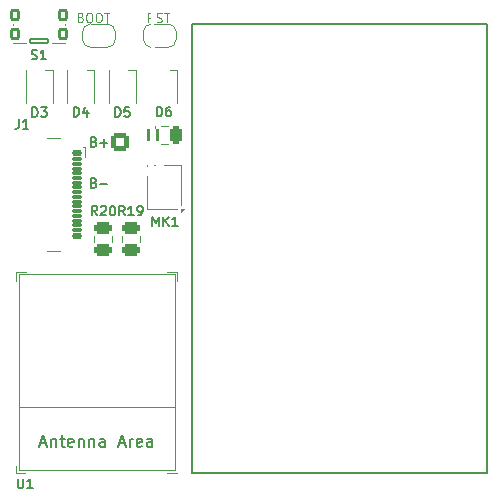
<source format=gbr>
%TF.GenerationSoftware,KiCad,Pcbnew,8.0.4*%
%TF.CreationDate,2024-09-26T12:10:35+10:00*%
%TF.ProjectId,OuchButtonV2,4f756368-4275-4747-946f-6e56322e6b69,rev?*%
%TF.SameCoordinates,Original*%
%TF.FileFunction,Legend,Top*%
%TF.FilePolarity,Positive*%
%FSLAX46Y46*%
G04 Gerber Fmt 4.6, Leading zero omitted, Abs format (unit mm)*
G04 Created by KiCad (PCBNEW 8.0.4) date 2024-09-26 12:10:35*
%MOMM*%
%LPD*%
G01*
G04 APERTURE LIST*
G04 Aperture macros list*
%AMRoundRect*
0 Rectangle with rounded corners*
0 $1 Rounding radius*
0 $2 $3 $4 $5 $6 $7 $8 $9 X,Y pos of 4 corners*
0 Add a 4 corners polygon primitive as box body*
4,1,4,$2,$3,$4,$5,$6,$7,$8,$9,$2,$3,0*
0 Add four circle primitives for the rounded corners*
1,1,$1+$1,$2,$3*
1,1,$1+$1,$4,$5*
1,1,$1+$1,$6,$7*
1,1,$1+$1,$8,$9*
0 Add four rect primitives between the rounded corners*
20,1,$1+$1,$2,$3,$4,$5,0*
20,1,$1+$1,$4,$5,$6,$7,0*
20,1,$1+$1,$6,$7,$8,$9,0*
20,1,$1+$1,$8,$9,$2,$3,0*%
%AMFreePoly0*
4,1,6,0.725000,-0.725000,-0.725000,-0.725000,-0.725000,0.125000,-0.125000,0.725000,0.725000,0.725000,0.725000,-0.725000,0.725000,-0.725000,$1*%
%AMFreePoly1*
4,1,19,0.500000,-0.750000,0.000000,-0.750000,0.000000,-0.744911,-0.071157,-0.744911,-0.207708,-0.704816,-0.327430,-0.627875,-0.420627,-0.520320,-0.479746,-0.390866,-0.500000,-0.250000,-0.500000,0.250000,-0.479746,0.390866,-0.420627,0.520320,-0.327430,0.627875,-0.207708,0.704816,-0.071157,0.744911,0.000000,0.744911,0.000000,0.750000,0.500000,0.750000,0.500000,-0.750000,0.500000,-0.750000,
$1*%
%AMFreePoly2*
4,1,19,0.000000,0.744911,0.071157,0.744911,0.207708,0.704816,0.327430,0.627875,0.420627,0.520320,0.479746,0.390866,0.500000,0.250000,0.500000,-0.250000,0.479746,-0.390866,0.420627,-0.520320,0.327430,-0.627875,0.207708,-0.704816,0.071157,-0.744911,0.000000,-0.744911,0.000000,-0.750000,-0.500000,-0.750000,-0.500000,0.750000,0.000000,0.750000,0.000000,0.744911,0.000000,0.744911,
$1*%
%AMFreePoly3*
4,1,53,0.180798,1.454629,0.352531,1.394537,0.506585,1.297738,0.635238,1.169085,0.732037,1.015031,0.792129,0.843298,0.812500,0.662500,0.792129,0.481702,0.732037,0.309969,0.635238,0.155915,0.506585,0.027262,0.352531,-0.069537,0.180798,-0.129629,0.000000,-0.150000,-0.180798,-0.129629,-0.352531,-0.069537,-0.506585,0.027262,-0.635238,0.155915,-0.732037,0.309969,-0.792129,0.481702,
-0.812500,0.662500,-0.517770,0.662500,-0.496797,0.516627,-0.435576,0.382572,-0.339067,0.271196,-0.215089,0.191520,-0.073686,0.150000,0.073686,0.150000,0.215089,0.191520,0.339067,0.271196,0.435576,0.382572,0.496797,0.516627,0.517770,0.662500,0.496797,0.808373,0.435576,0.942428,0.339067,1.053804,0.215089,1.133480,0.073686,1.175000,-0.073686,1.175000,-0.215089,1.133480,
-0.339067,1.053804,-0.435576,0.942428,-0.496797,0.808373,-0.517770,0.662500,-0.812500,0.662500,-0.792129,0.843298,-0.732037,1.015031,-0.635238,1.169085,-0.506585,1.297738,-0.352531,1.394537,-0.180798,1.454629,0.000000,1.475000,0.180798,1.454629,0.180798,1.454629,$1*%
G04 Aperture macros list end*
%ADD10C,0.127000*%
%ADD11C,0.150000*%
%ADD12C,0.100000*%
%ADD13C,0.120000*%
%ADD14R,0.700000X0.700000*%
%ADD15RoundRect,0.250000X0.475000X-0.250000X0.475000X0.250000X-0.475000X0.250000X-0.475000X-0.250000X0*%
%ADD16R,0.800000X0.400000*%
%ADD17R,0.400000X0.800000*%
%ADD18FreePoly0,180.000000*%
%ADD19R,1.450000X1.450000*%
%ADD20FreePoly1,0.000000*%
%ADD21FreePoly2,0.000000*%
%ADD22RoundRect,0.250000X-0.550000X0.550000X-0.550000X-0.550000X0.550000X-0.550000X0.550000X0.550000X0*%
%ADD23C,1.600000*%
%ADD24FreePoly1,180.000000*%
%ADD25FreePoly2,180.000000*%
%ADD26C,0.900000*%
%ADD27RoundRect,0.135000X0.315000X0.365000X-0.315000X0.365000X-0.315000X-0.365000X0.315000X-0.365000X0*%
%ADD28RoundRect,0.082500X0.767500X0.192500X-0.767500X0.192500X-0.767500X-0.192500X0.767500X-0.192500X0*%
%ADD29RoundRect,0.070000X-0.345000X0.070000X-0.345000X-0.070000X0.345000X-0.070000X0.345000X0.070000X0*%
%ADD30RoundRect,0.112500X-0.302500X0.112500X-0.302500X-0.112500X0.302500X-0.112500X0.302500X0.112500X0*%
%ADD31C,0.850000*%
%ADD32O,2.050000X0.550000*%
%ADD33RoundRect,0.250000X-0.250000X-0.475000X0.250000X-0.475000X0.250000X0.475000X-0.250000X0.475000X0*%
%ADD34C,0.500000*%
%ADD35R,0.600000X0.522000*%
%ADD36FreePoly3,270.000000*%
G04 APERTURE END LIST*
D10*
X89200000Y-72750000D02*
X114200000Y-72750000D01*
X114200000Y-110750000D01*
X89200000Y-110750000D01*
X89200000Y-72750000D01*
D11*
X75709524Y-80628961D02*
X75709524Y-79828961D01*
X75709524Y-79828961D02*
X75900000Y-79828961D01*
X75900000Y-79828961D02*
X76014286Y-79867056D01*
X76014286Y-79867056D02*
X76090476Y-79943246D01*
X76090476Y-79943246D02*
X76128571Y-80019437D01*
X76128571Y-80019437D02*
X76166667Y-80171818D01*
X76166667Y-80171818D02*
X76166667Y-80286104D01*
X76166667Y-80286104D02*
X76128571Y-80438485D01*
X76128571Y-80438485D02*
X76090476Y-80514675D01*
X76090476Y-80514675D02*
X76014286Y-80590866D01*
X76014286Y-80590866D02*
X75900000Y-80628961D01*
X75900000Y-80628961D02*
X75709524Y-80628961D01*
X76433333Y-79828961D02*
X76928571Y-79828961D01*
X76928571Y-79828961D02*
X76661905Y-80133723D01*
X76661905Y-80133723D02*
X76776190Y-80133723D01*
X76776190Y-80133723D02*
X76852381Y-80171818D01*
X76852381Y-80171818D02*
X76890476Y-80209913D01*
X76890476Y-80209913D02*
X76928571Y-80286104D01*
X76928571Y-80286104D02*
X76928571Y-80476580D01*
X76928571Y-80476580D02*
X76890476Y-80552770D01*
X76890476Y-80552770D02*
X76852381Y-80590866D01*
X76852381Y-80590866D02*
X76776190Y-80628961D01*
X76776190Y-80628961D02*
X76547619Y-80628961D01*
X76547619Y-80628961D02*
X76471428Y-80590866D01*
X76471428Y-80590866D02*
X76433333Y-80552770D01*
X83535714Y-88962295D02*
X83269047Y-88581342D01*
X83078571Y-88962295D02*
X83078571Y-88162295D01*
X83078571Y-88162295D02*
X83383333Y-88162295D01*
X83383333Y-88162295D02*
X83459523Y-88200390D01*
X83459523Y-88200390D02*
X83497618Y-88238485D01*
X83497618Y-88238485D02*
X83535714Y-88314676D01*
X83535714Y-88314676D02*
X83535714Y-88428961D01*
X83535714Y-88428961D02*
X83497618Y-88505152D01*
X83497618Y-88505152D02*
X83459523Y-88543247D01*
X83459523Y-88543247D02*
X83383333Y-88581342D01*
X83383333Y-88581342D02*
X83078571Y-88581342D01*
X84297618Y-88962295D02*
X83840475Y-88962295D01*
X84069047Y-88962295D02*
X84069047Y-88162295D01*
X84069047Y-88162295D02*
X83992856Y-88276580D01*
X83992856Y-88276580D02*
X83916666Y-88352771D01*
X83916666Y-88352771D02*
X83840475Y-88390866D01*
X84678571Y-88962295D02*
X84830952Y-88962295D01*
X84830952Y-88962295D02*
X84907142Y-88924200D01*
X84907142Y-88924200D02*
X84945238Y-88886104D01*
X84945238Y-88886104D02*
X85021428Y-88771819D01*
X85021428Y-88771819D02*
X85059523Y-88619438D01*
X85059523Y-88619438D02*
X85059523Y-88314676D01*
X85059523Y-88314676D02*
X85021428Y-88238485D01*
X85021428Y-88238485D02*
X84983333Y-88200390D01*
X84983333Y-88200390D02*
X84907142Y-88162295D01*
X84907142Y-88162295D02*
X84754761Y-88162295D01*
X84754761Y-88162295D02*
X84678571Y-88200390D01*
X84678571Y-88200390D02*
X84640476Y-88238485D01*
X84640476Y-88238485D02*
X84602380Y-88314676D01*
X84602380Y-88314676D02*
X84602380Y-88505152D01*
X84602380Y-88505152D02*
X84640476Y-88581342D01*
X84640476Y-88581342D02*
X84678571Y-88619438D01*
X84678571Y-88619438D02*
X84754761Y-88657533D01*
X84754761Y-88657533D02*
X84907142Y-88657533D01*
X84907142Y-88657533D02*
X84983333Y-88619438D01*
X84983333Y-88619438D02*
X85021428Y-88581342D01*
X85021428Y-88581342D02*
X85059523Y-88505152D01*
X81185714Y-88962295D02*
X80919047Y-88581342D01*
X80728571Y-88962295D02*
X80728571Y-88162295D01*
X80728571Y-88162295D02*
X81033333Y-88162295D01*
X81033333Y-88162295D02*
X81109523Y-88200390D01*
X81109523Y-88200390D02*
X81147618Y-88238485D01*
X81147618Y-88238485D02*
X81185714Y-88314676D01*
X81185714Y-88314676D02*
X81185714Y-88428961D01*
X81185714Y-88428961D02*
X81147618Y-88505152D01*
X81147618Y-88505152D02*
X81109523Y-88543247D01*
X81109523Y-88543247D02*
X81033333Y-88581342D01*
X81033333Y-88581342D02*
X80728571Y-88581342D01*
X81490475Y-88238485D02*
X81528571Y-88200390D01*
X81528571Y-88200390D02*
X81604761Y-88162295D01*
X81604761Y-88162295D02*
X81795237Y-88162295D01*
X81795237Y-88162295D02*
X81871428Y-88200390D01*
X81871428Y-88200390D02*
X81909523Y-88238485D01*
X81909523Y-88238485D02*
X81947618Y-88314676D01*
X81947618Y-88314676D02*
X81947618Y-88390866D01*
X81947618Y-88390866D02*
X81909523Y-88505152D01*
X81909523Y-88505152D02*
X81452380Y-88962295D01*
X81452380Y-88962295D02*
X81947618Y-88962295D01*
X82442857Y-88162295D02*
X82519047Y-88162295D01*
X82519047Y-88162295D02*
X82595238Y-88200390D01*
X82595238Y-88200390D02*
X82633333Y-88238485D01*
X82633333Y-88238485D02*
X82671428Y-88314676D01*
X82671428Y-88314676D02*
X82709523Y-88467057D01*
X82709523Y-88467057D02*
X82709523Y-88657533D01*
X82709523Y-88657533D02*
X82671428Y-88809914D01*
X82671428Y-88809914D02*
X82633333Y-88886104D01*
X82633333Y-88886104D02*
X82595238Y-88924200D01*
X82595238Y-88924200D02*
X82519047Y-88962295D01*
X82519047Y-88962295D02*
X82442857Y-88962295D01*
X82442857Y-88962295D02*
X82366666Y-88924200D01*
X82366666Y-88924200D02*
X82328571Y-88886104D01*
X82328571Y-88886104D02*
X82290476Y-88809914D01*
X82290476Y-88809914D02*
X82252380Y-88657533D01*
X82252380Y-88657533D02*
X82252380Y-88467057D01*
X82252380Y-88467057D02*
X82290476Y-88314676D01*
X82290476Y-88314676D02*
X82328571Y-88238485D01*
X82328571Y-88238485D02*
X82366666Y-88200390D01*
X82366666Y-88200390D02*
X82442857Y-88162295D01*
X86259524Y-80562295D02*
X86259524Y-79762295D01*
X86259524Y-79762295D02*
X86450000Y-79762295D01*
X86450000Y-79762295D02*
X86564286Y-79800390D01*
X86564286Y-79800390D02*
X86640476Y-79876580D01*
X86640476Y-79876580D02*
X86678571Y-79952771D01*
X86678571Y-79952771D02*
X86716667Y-80105152D01*
X86716667Y-80105152D02*
X86716667Y-80219438D01*
X86716667Y-80219438D02*
X86678571Y-80371819D01*
X86678571Y-80371819D02*
X86640476Y-80448009D01*
X86640476Y-80448009D02*
X86564286Y-80524200D01*
X86564286Y-80524200D02*
X86450000Y-80562295D01*
X86450000Y-80562295D02*
X86259524Y-80562295D01*
X87402381Y-79762295D02*
X87250000Y-79762295D01*
X87250000Y-79762295D02*
X87173809Y-79800390D01*
X87173809Y-79800390D02*
X87135714Y-79838485D01*
X87135714Y-79838485D02*
X87059524Y-79952771D01*
X87059524Y-79952771D02*
X87021428Y-80105152D01*
X87021428Y-80105152D02*
X87021428Y-80409914D01*
X87021428Y-80409914D02*
X87059524Y-80486104D01*
X87059524Y-80486104D02*
X87097619Y-80524200D01*
X87097619Y-80524200D02*
X87173809Y-80562295D01*
X87173809Y-80562295D02*
X87326190Y-80562295D01*
X87326190Y-80562295D02*
X87402381Y-80524200D01*
X87402381Y-80524200D02*
X87440476Y-80486104D01*
X87440476Y-80486104D02*
X87478571Y-80409914D01*
X87478571Y-80409914D02*
X87478571Y-80219438D01*
X87478571Y-80219438D02*
X87440476Y-80143247D01*
X87440476Y-80143247D02*
X87402381Y-80105152D01*
X87402381Y-80105152D02*
X87326190Y-80067057D01*
X87326190Y-80067057D02*
X87173809Y-80067057D01*
X87173809Y-80067057D02*
X87097619Y-80105152D01*
X87097619Y-80105152D02*
X87059524Y-80143247D01*
X87059524Y-80143247D02*
X87021428Y-80219438D01*
X74490476Y-111262295D02*
X74490476Y-111909914D01*
X74490476Y-111909914D02*
X74528571Y-111986104D01*
X74528571Y-111986104D02*
X74566666Y-112024200D01*
X74566666Y-112024200D02*
X74642857Y-112062295D01*
X74642857Y-112062295D02*
X74795238Y-112062295D01*
X74795238Y-112062295D02*
X74871428Y-112024200D01*
X74871428Y-112024200D02*
X74909523Y-111986104D01*
X74909523Y-111986104D02*
X74947619Y-111909914D01*
X74947619Y-111909914D02*
X74947619Y-111262295D01*
X75747618Y-112062295D02*
X75290475Y-112062295D01*
X75519047Y-112062295D02*
X75519047Y-111262295D01*
X75519047Y-111262295D02*
X75442856Y-111376580D01*
X75442856Y-111376580D02*
X75366666Y-111452771D01*
X75366666Y-111452771D02*
X75290475Y-111490866D01*
X76388094Y-108269104D02*
X76864284Y-108269104D01*
X76292856Y-108554819D02*
X76626189Y-107554819D01*
X76626189Y-107554819D02*
X76959522Y-108554819D01*
X77292856Y-107888152D02*
X77292856Y-108554819D01*
X77292856Y-107983390D02*
X77340475Y-107935771D01*
X77340475Y-107935771D02*
X77435713Y-107888152D01*
X77435713Y-107888152D02*
X77578570Y-107888152D01*
X77578570Y-107888152D02*
X77673808Y-107935771D01*
X77673808Y-107935771D02*
X77721427Y-108031009D01*
X77721427Y-108031009D02*
X77721427Y-108554819D01*
X78054761Y-107888152D02*
X78435713Y-107888152D01*
X78197618Y-107554819D02*
X78197618Y-108411961D01*
X78197618Y-108411961D02*
X78245237Y-108507200D01*
X78245237Y-108507200D02*
X78340475Y-108554819D01*
X78340475Y-108554819D02*
X78435713Y-108554819D01*
X79149999Y-108507200D02*
X79054761Y-108554819D01*
X79054761Y-108554819D02*
X78864285Y-108554819D01*
X78864285Y-108554819D02*
X78769047Y-108507200D01*
X78769047Y-108507200D02*
X78721428Y-108411961D01*
X78721428Y-108411961D02*
X78721428Y-108031009D01*
X78721428Y-108031009D02*
X78769047Y-107935771D01*
X78769047Y-107935771D02*
X78864285Y-107888152D01*
X78864285Y-107888152D02*
X79054761Y-107888152D01*
X79054761Y-107888152D02*
X79149999Y-107935771D01*
X79149999Y-107935771D02*
X79197618Y-108031009D01*
X79197618Y-108031009D02*
X79197618Y-108126247D01*
X79197618Y-108126247D02*
X78721428Y-108221485D01*
X79626190Y-107888152D02*
X79626190Y-108554819D01*
X79626190Y-107983390D02*
X79673809Y-107935771D01*
X79673809Y-107935771D02*
X79769047Y-107888152D01*
X79769047Y-107888152D02*
X79911904Y-107888152D01*
X79911904Y-107888152D02*
X80007142Y-107935771D01*
X80007142Y-107935771D02*
X80054761Y-108031009D01*
X80054761Y-108031009D02*
X80054761Y-108554819D01*
X80530952Y-107888152D02*
X80530952Y-108554819D01*
X80530952Y-107983390D02*
X80578571Y-107935771D01*
X80578571Y-107935771D02*
X80673809Y-107888152D01*
X80673809Y-107888152D02*
X80816666Y-107888152D01*
X80816666Y-107888152D02*
X80911904Y-107935771D01*
X80911904Y-107935771D02*
X80959523Y-108031009D01*
X80959523Y-108031009D02*
X80959523Y-108554819D01*
X81864285Y-108554819D02*
X81864285Y-108031009D01*
X81864285Y-108031009D02*
X81816666Y-107935771D01*
X81816666Y-107935771D02*
X81721428Y-107888152D01*
X81721428Y-107888152D02*
X81530952Y-107888152D01*
X81530952Y-107888152D02*
X81435714Y-107935771D01*
X81864285Y-108507200D02*
X81769047Y-108554819D01*
X81769047Y-108554819D02*
X81530952Y-108554819D01*
X81530952Y-108554819D02*
X81435714Y-108507200D01*
X81435714Y-108507200D02*
X81388095Y-108411961D01*
X81388095Y-108411961D02*
X81388095Y-108316723D01*
X81388095Y-108316723D02*
X81435714Y-108221485D01*
X81435714Y-108221485D02*
X81530952Y-108173866D01*
X81530952Y-108173866D02*
X81769047Y-108173866D01*
X81769047Y-108173866D02*
X81864285Y-108126247D01*
X83054762Y-108269104D02*
X83530952Y-108269104D01*
X82959524Y-108554819D02*
X83292857Y-107554819D01*
X83292857Y-107554819D02*
X83626190Y-108554819D01*
X83959524Y-108554819D02*
X83959524Y-107888152D01*
X83959524Y-108078628D02*
X84007143Y-107983390D01*
X84007143Y-107983390D02*
X84054762Y-107935771D01*
X84054762Y-107935771D02*
X84150000Y-107888152D01*
X84150000Y-107888152D02*
X84245238Y-107888152D01*
X84959524Y-108507200D02*
X84864286Y-108554819D01*
X84864286Y-108554819D02*
X84673810Y-108554819D01*
X84673810Y-108554819D02*
X84578572Y-108507200D01*
X84578572Y-108507200D02*
X84530953Y-108411961D01*
X84530953Y-108411961D02*
X84530953Y-108031009D01*
X84530953Y-108031009D02*
X84578572Y-107935771D01*
X84578572Y-107935771D02*
X84673810Y-107888152D01*
X84673810Y-107888152D02*
X84864286Y-107888152D01*
X84864286Y-107888152D02*
X84959524Y-107935771D01*
X84959524Y-107935771D02*
X85007143Y-108031009D01*
X85007143Y-108031009D02*
X85007143Y-108126247D01*
X85007143Y-108126247D02*
X84530953Y-108221485D01*
X85864286Y-108554819D02*
X85864286Y-108031009D01*
X85864286Y-108031009D02*
X85816667Y-107935771D01*
X85816667Y-107935771D02*
X85721429Y-107888152D01*
X85721429Y-107888152D02*
X85530953Y-107888152D01*
X85530953Y-107888152D02*
X85435715Y-107935771D01*
X85864286Y-108507200D02*
X85769048Y-108554819D01*
X85769048Y-108554819D02*
X85530953Y-108554819D01*
X85530953Y-108554819D02*
X85435715Y-108507200D01*
X85435715Y-108507200D02*
X85388096Y-108411961D01*
X85388096Y-108411961D02*
X85388096Y-108316723D01*
X85388096Y-108316723D02*
X85435715Y-108221485D01*
X85435715Y-108221485D02*
X85530953Y-108173866D01*
X85530953Y-108173866D02*
X85769048Y-108173866D01*
X85769048Y-108173866D02*
X85864286Y-108126247D01*
D12*
X85942715Y-72624895D02*
X85688715Y-72243942D01*
X85507286Y-72624895D02*
X85507286Y-71824895D01*
X85507286Y-71824895D02*
X85797572Y-71824895D01*
X85797572Y-71824895D02*
X85870143Y-71862990D01*
X85870143Y-71862990D02*
X85906429Y-71901085D01*
X85906429Y-71901085D02*
X85942715Y-71977276D01*
X85942715Y-71977276D02*
X85942715Y-72091561D01*
X85942715Y-72091561D02*
X85906429Y-72167752D01*
X85906429Y-72167752D02*
X85870143Y-72205847D01*
X85870143Y-72205847D02*
X85797572Y-72243942D01*
X85797572Y-72243942D02*
X85507286Y-72243942D01*
X86233000Y-72586800D02*
X86341858Y-72624895D01*
X86341858Y-72624895D02*
X86523286Y-72624895D01*
X86523286Y-72624895D02*
X86595858Y-72586800D01*
X86595858Y-72586800D02*
X86632143Y-72548704D01*
X86632143Y-72548704D02*
X86668429Y-72472514D01*
X86668429Y-72472514D02*
X86668429Y-72396323D01*
X86668429Y-72396323D02*
X86632143Y-72320133D01*
X86632143Y-72320133D02*
X86595858Y-72282038D01*
X86595858Y-72282038D02*
X86523286Y-72243942D01*
X86523286Y-72243942D02*
X86378143Y-72205847D01*
X86378143Y-72205847D02*
X86305572Y-72167752D01*
X86305572Y-72167752D02*
X86269286Y-72129657D01*
X86269286Y-72129657D02*
X86233000Y-72053466D01*
X86233000Y-72053466D02*
X86233000Y-71977276D01*
X86233000Y-71977276D02*
X86269286Y-71901085D01*
X86269286Y-71901085D02*
X86305572Y-71862990D01*
X86305572Y-71862990D02*
X86378143Y-71824895D01*
X86378143Y-71824895D02*
X86559572Y-71824895D01*
X86559572Y-71824895D02*
X86668429Y-71862990D01*
X86886143Y-71824895D02*
X87321572Y-71824895D01*
X87103857Y-72624895D02*
X87103857Y-71824895D01*
D11*
X82742856Y-80612295D02*
X82742856Y-79812295D01*
X82742856Y-79812295D02*
X82933332Y-79812295D01*
X82933332Y-79812295D02*
X83047618Y-79850390D01*
X83047618Y-79850390D02*
X83123808Y-79926580D01*
X83123808Y-79926580D02*
X83161903Y-80002771D01*
X83161903Y-80002771D02*
X83199999Y-80155152D01*
X83199999Y-80155152D02*
X83199999Y-80269438D01*
X83199999Y-80269438D02*
X83161903Y-80421819D01*
X83161903Y-80421819D02*
X83123808Y-80498009D01*
X83123808Y-80498009D02*
X83047618Y-80574200D01*
X83047618Y-80574200D02*
X82933332Y-80612295D01*
X82933332Y-80612295D02*
X82742856Y-80612295D01*
X83923808Y-79812295D02*
X83542856Y-79812295D01*
X83542856Y-79812295D02*
X83504760Y-80193247D01*
X83504760Y-80193247D02*
X83542856Y-80155152D01*
X83542856Y-80155152D02*
X83619046Y-80117057D01*
X83619046Y-80117057D02*
X83809522Y-80117057D01*
X83809522Y-80117057D02*
X83885713Y-80155152D01*
X83885713Y-80155152D02*
X83923808Y-80193247D01*
X83923808Y-80193247D02*
X83961903Y-80269438D01*
X83961903Y-80269438D02*
X83961903Y-80459914D01*
X83961903Y-80459914D02*
X83923808Y-80536104D01*
X83923808Y-80536104D02*
X83885713Y-80574200D01*
X83885713Y-80574200D02*
X83809522Y-80612295D01*
X83809522Y-80612295D02*
X83619046Y-80612295D01*
X83619046Y-80612295D02*
X83542856Y-80574200D01*
X83542856Y-80574200D02*
X83504760Y-80536104D01*
X80911904Y-82718247D02*
X81026190Y-82756342D01*
X81026190Y-82756342D02*
X81064285Y-82794438D01*
X81064285Y-82794438D02*
X81102381Y-82870628D01*
X81102381Y-82870628D02*
X81102381Y-82984914D01*
X81102381Y-82984914D02*
X81064285Y-83061104D01*
X81064285Y-83061104D02*
X81026190Y-83099200D01*
X81026190Y-83099200D02*
X80950000Y-83137295D01*
X80950000Y-83137295D02*
X80645238Y-83137295D01*
X80645238Y-83137295D02*
X80645238Y-82337295D01*
X80645238Y-82337295D02*
X80911904Y-82337295D01*
X80911904Y-82337295D02*
X80988095Y-82375390D01*
X80988095Y-82375390D02*
X81026190Y-82413485D01*
X81026190Y-82413485D02*
X81064285Y-82489676D01*
X81064285Y-82489676D02*
X81064285Y-82565866D01*
X81064285Y-82565866D02*
X81026190Y-82642057D01*
X81026190Y-82642057D02*
X80988095Y-82680152D01*
X80988095Y-82680152D02*
X80911904Y-82718247D01*
X80911904Y-82718247D02*
X80645238Y-82718247D01*
X81445238Y-82832533D02*
X82054762Y-82832533D01*
X81750000Y-83137295D02*
X81750000Y-82527771D01*
X80911904Y-86218247D02*
X81026190Y-86256342D01*
X81026190Y-86256342D02*
X81064285Y-86294438D01*
X81064285Y-86294438D02*
X81102381Y-86370628D01*
X81102381Y-86370628D02*
X81102381Y-86484914D01*
X81102381Y-86484914D02*
X81064285Y-86561104D01*
X81064285Y-86561104D02*
X81026190Y-86599200D01*
X81026190Y-86599200D02*
X80950000Y-86637295D01*
X80950000Y-86637295D02*
X80645238Y-86637295D01*
X80645238Y-86637295D02*
X80645238Y-85837295D01*
X80645238Y-85837295D02*
X80911904Y-85837295D01*
X80911904Y-85837295D02*
X80988095Y-85875390D01*
X80988095Y-85875390D02*
X81026190Y-85913485D01*
X81026190Y-85913485D02*
X81064285Y-85989676D01*
X81064285Y-85989676D02*
X81064285Y-86065866D01*
X81064285Y-86065866D02*
X81026190Y-86142057D01*
X81026190Y-86142057D02*
X80988095Y-86180152D01*
X80988095Y-86180152D02*
X80911904Y-86218247D01*
X80911904Y-86218247D02*
X80645238Y-86218247D01*
X81445238Y-86332533D02*
X82054762Y-86332533D01*
D12*
X79795857Y-72175847D02*
X79904714Y-72213942D01*
X79904714Y-72213942D02*
X79941000Y-72252038D01*
X79941000Y-72252038D02*
X79977286Y-72328228D01*
X79977286Y-72328228D02*
X79977286Y-72442514D01*
X79977286Y-72442514D02*
X79941000Y-72518704D01*
X79941000Y-72518704D02*
X79904714Y-72556800D01*
X79904714Y-72556800D02*
X79832143Y-72594895D01*
X79832143Y-72594895D02*
X79541857Y-72594895D01*
X79541857Y-72594895D02*
X79541857Y-71794895D01*
X79541857Y-71794895D02*
X79795857Y-71794895D01*
X79795857Y-71794895D02*
X79868429Y-71832990D01*
X79868429Y-71832990D02*
X79904714Y-71871085D01*
X79904714Y-71871085D02*
X79941000Y-71947276D01*
X79941000Y-71947276D02*
X79941000Y-72023466D01*
X79941000Y-72023466D02*
X79904714Y-72099657D01*
X79904714Y-72099657D02*
X79868429Y-72137752D01*
X79868429Y-72137752D02*
X79795857Y-72175847D01*
X79795857Y-72175847D02*
X79541857Y-72175847D01*
X80449000Y-71794895D02*
X80594143Y-71794895D01*
X80594143Y-71794895D02*
X80666714Y-71832990D01*
X80666714Y-71832990D02*
X80739286Y-71909180D01*
X80739286Y-71909180D02*
X80775571Y-72061561D01*
X80775571Y-72061561D02*
X80775571Y-72328228D01*
X80775571Y-72328228D02*
X80739286Y-72480609D01*
X80739286Y-72480609D02*
X80666714Y-72556800D01*
X80666714Y-72556800D02*
X80594143Y-72594895D01*
X80594143Y-72594895D02*
X80449000Y-72594895D01*
X80449000Y-72594895D02*
X80376429Y-72556800D01*
X80376429Y-72556800D02*
X80303857Y-72480609D01*
X80303857Y-72480609D02*
X80267571Y-72328228D01*
X80267571Y-72328228D02*
X80267571Y-72061561D01*
X80267571Y-72061561D02*
X80303857Y-71909180D01*
X80303857Y-71909180D02*
X80376429Y-71832990D01*
X80376429Y-71832990D02*
X80449000Y-71794895D01*
X81247286Y-71794895D02*
X81392429Y-71794895D01*
X81392429Y-71794895D02*
X81465000Y-71832990D01*
X81465000Y-71832990D02*
X81537572Y-71909180D01*
X81537572Y-71909180D02*
X81573857Y-72061561D01*
X81573857Y-72061561D02*
X81573857Y-72328228D01*
X81573857Y-72328228D02*
X81537572Y-72480609D01*
X81537572Y-72480609D02*
X81465000Y-72556800D01*
X81465000Y-72556800D02*
X81392429Y-72594895D01*
X81392429Y-72594895D02*
X81247286Y-72594895D01*
X81247286Y-72594895D02*
X81174715Y-72556800D01*
X81174715Y-72556800D02*
X81102143Y-72480609D01*
X81102143Y-72480609D02*
X81065857Y-72328228D01*
X81065857Y-72328228D02*
X81065857Y-72061561D01*
X81065857Y-72061561D02*
X81102143Y-71909180D01*
X81102143Y-71909180D02*
X81174715Y-71832990D01*
X81174715Y-71832990D02*
X81247286Y-71794895D01*
X81791572Y-71794895D02*
X82227001Y-71794895D01*
X82009286Y-72594895D02*
X82009286Y-71794895D01*
D11*
X75640475Y-75724200D02*
X75754761Y-75762295D01*
X75754761Y-75762295D02*
X75945237Y-75762295D01*
X75945237Y-75762295D02*
X76021428Y-75724200D01*
X76021428Y-75724200D02*
X76059523Y-75686104D01*
X76059523Y-75686104D02*
X76097618Y-75609914D01*
X76097618Y-75609914D02*
X76097618Y-75533723D01*
X76097618Y-75533723D02*
X76059523Y-75457533D01*
X76059523Y-75457533D02*
X76021428Y-75419438D01*
X76021428Y-75419438D02*
X75945237Y-75381342D01*
X75945237Y-75381342D02*
X75792856Y-75343247D01*
X75792856Y-75343247D02*
X75716666Y-75305152D01*
X75716666Y-75305152D02*
X75678571Y-75267057D01*
X75678571Y-75267057D02*
X75640475Y-75190866D01*
X75640475Y-75190866D02*
X75640475Y-75114676D01*
X75640475Y-75114676D02*
X75678571Y-75038485D01*
X75678571Y-75038485D02*
X75716666Y-75000390D01*
X75716666Y-75000390D02*
X75792856Y-74962295D01*
X75792856Y-74962295D02*
X75983333Y-74962295D01*
X75983333Y-74962295D02*
X76097618Y-75000390D01*
X76859523Y-75762295D02*
X76402380Y-75762295D01*
X76630952Y-75762295D02*
X76630952Y-74962295D01*
X76630952Y-74962295D02*
X76554761Y-75076580D01*
X76554761Y-75076580D02*
X76478571Y-75152771D01*
X76478571Y-75152771D02*
X76402380Y-75190866D01*
X74583333Y-80812295D02*
X74583333Y-81383723D01*
X74583333Y-81383723D02*
X74545238Y-81498009D01*
X74545238Y-81498009D02*
X74469047Y-81574200D01*
X74469047Y-81574200D02*
X74354762Y-81612295D01*
X74354762Y-81612295D02*
X74278571Y-81612295D01*
X75383333Y-81612295D02*
X74926190Y-81612295D01*
X75154762Y-81612295D02*
X75154762Y-80812295D01*
X75154762Y-80812295D02*
X75078571Y-80926580D01*
X75078571Y-80926580D02*
X75002381Y-81002771D01*
X75002381Y-81002771D02*
X74926190Y-81040866D01*
X85872381Y-89862295D02*
X85872381Y-89062295D01*
X85872381Y-89062295D02*
X86139047Y-89633723D01*
X86139047Y-89633723D02*
X86405714Y-89062295D01*
X86405714Y-89062295D02*
X86405714Y-89862295D01*
X86786667Y-89862295D02*
X86786667Y-89062295D01*
X87243810Y-89862295D02*
X86900952Y-89405152D01*
X87243810Y-89062295D02*
X86786667Y-89519438D01*
X88005714Y-89862295D02*
X87548571Y-89862295D01*
X87777143Y-89862295D02*
X87777143Y-89062295D01*
X87777143Y-89062295D02*
X87700952Y-89176580D01*
X87700952Y-89176580D02*
X87624762Y-89252771D01*
X87624762Y-89252771D02*
X87548571Y-89290866D01*
X79226190Y-80595629D02*
X79226190Y-79795629D01*
X79226190Y-79795629D02*
X79416666Y-79795629D01*
X79416666Y-79795629D02*
X79530952Y-79833724D01*
X79530952Y-79833724D02*
X79607142Y-79909914D01*
X79607142Y-79909914D02*
X79645237Y-79986105D01*
X79645237Y-79986105D02*
X79683333Y-80138486D01*
X79683333Y-80138486D02*
X79683333Y-80252772D01*
X79683333Y-80252772D02*
X79645237Y-80405153D01*
X79645237Y-80405153D02*
X79607142Y-80481343D01*
X79607142Y-80481343D02*
X79530952Y-80557534D01*
X79530952Y-80557534D02*
X79416666Y-80595629D01*
X79416666Y-80595629D02*
X79226190Y-80595629D01*
X80369047Y-80062295D02*
X80369047Y-80595629D01*
X80178571Y-79757534D02*
X79988094Y-80328962D01*
X79988094Y-80328962D02*
X80483333Y-80328962D01*
D13*
%TO.C,D3*%
X75150000Y-76615000D02*
X75150000Y-79455000D01*
X77450000Y-76615000D02*
X76800000Y-76615000D01*
X77450000Y-76615000D02*
X77450000Y-79455000D01*
%TO.C,R19*%
X83315000Y-91211252D02*
X83315000Y-90688748D01*
X84785000Y-91211252D02*
X84785000Y-90688748D01*
%TO.C,R20*%
X80965000Y-91211252D02*
X80965000Y-90688748D01*
X82435000Y-91211252D02*
X82435000Y-90688748D01*
%TO.C,D6*%
X85700000Y-76615000D02*
X85700000Y-79455000D01*
X88000000Y-76615000D02*
X87350000Y-76615000D01*
X88000000Y-76615000D02*
X88000000Y-79455000D01*
%TO.C,U1*%
X74350000Y-93750000D02*
X75150000Y-93750000D01*
X74350000Y-94550000D02*
X74350000Y-93750000D01*
X74350000Y-110750000D02*
X74350000Y-110150000D01*
X74550000Y-93950000D02*
X87750000Y-93950000D01*
X74550000Y-110550000D02*
X74550000Y-93950000D01*
X75100000Y-110750000D02*
X74350000Y-110750000D01*
X87075000Y-110750000D02*
X87925000Y-110750000D01*
X87750000Y-93950000D02*
X87750000Y-110550000D01*
X87750000Y-105150000D02*
X74550000Y-105150000D01*
X87750000Y-110550000D02*
X74550000Y-110550000D01*
X87950000Y-93750000D02*
X87150000Y-93750000D01*
X87950000Y-94550000D02*
X87950000Y-93750000D01*
%TO.C,RST1*%
X85100000Y-74050000D02*
X85100000Y-73450000D01*
X85800000Y-72750000D02*
X87200000Y-72750000D01*
X87200000Y-74750000D02*
X85800000Y-74750000D01*
X87900000Y-73450000D02*
X87900000Y-74050000D01*
X85100000Y-73450000D02*
G75*
G02*
X85800000Y-72750000I699999J1D01*
G01*
X85800000Y-74750000D02*
G75*
G02*
X85100000Y-74050000I-1J699999D01*
G01*
X87200000Y-72750000D02*
G75*
G02*
X87900000Y-73450000I0J-700000D01*
G01*
X87900000Y-74050000D02*
G75*
G02*
X87200000Y-74750000I-700000J0D01*
G01*
%TO.C,D5*%
X82183332Y-76615000D02*
X82183332Y-79455000D01*
X84483332Y-76615000D02*
X83833332Y-76615000D01*
X84483332Y-76615000D02*
X84483332Y-79455000D01*
%TO.C,BOOT1*%
X79950000Y-74050000D02*
X79950000Y-73450000D01*
X80650000Y-72750000D02*
X82050000Y-72750000D01*
X82050000Y-74750000D02*
X80650000Y-74750000D01*
X82750000Y-73450000D02*
X82750000Y-74050000D01*
X79950000Y-73450000D02*
G75*
G02*
X80650000Y-72750000I700000J0D01*
G01*
X80650000Y-74750000D02*
G75*
G02*
X79950000Y-74050000I0J700000D01*
G01*
X82050000Y-72750000D02*
G75*
G02*
X82750000Y-73450000I1J-699999D01*
G01*
X82750000Y-74050000D02*
G75*
G02*
X82050000Y-74750000I-699999J-1D01*
G01*
%TO.C,S1*%
X74040000Y-72840000D02*
X74040000Y-72760000D01*
X75140000Y-74360000D02*
X74040000Y-74360000D01*
X78460000Y-72840000D02*
X78460000Y-72760000D01*
X78460000Y-74360000D02*
X77360000Y-74360000D01*
%TO.C,J1*%
X76970000Y-91980000D02*
X78030000Y-91980000D01*
X78030000Y-82420000D02*
X76970000Y-82420000D01*
X80130000Y-83190000D02*
X79980000Y-83190000D01*
X80130000Y-83990000D02*
X80130000Y-83190000D01*
%TO.C,C16*%
X86638748Y-81415000D02*
X87161252Y-81415000D01*
X86638748Y-82885000D02*
X87161252Y-82885000D01*
%TO.C,MK1*%
X85445000Y-84710000D02*
X88295000Y-84710000D01*
X85445000Y-88410000D02*
X85445000Y-84710000D01*
X87995000Y-88410000D02*
X85445000Y-88410000D01*
X88295000Y-84710000D02*
X88295000Y-88110000D01*
X88295000Y-88690000D02*
X88295000Y-88410000D01*
X88575000Y-88410000D01*
X88295000Y-88690000D01*
G36*
X88295000Y-88690000D02*
G01*
X88295000Y-88410000D01*
X88575000Y-88410000D01*
X88295000Y-88690000D01*
G37*
%TO.C,D4*%
X78666666Y-76615000D02*
X78666666Y-79455000D01*
X80966666Y-76615000D02*
X80316666Y-76615000D01*
X80966666Y-76615000D02*
X80966666Y-79455000D01*
%TD*%
%LPC*%
D12*
X79085116Y-83597611D02*
X79815011Y-83597611D01*
X79815011Y-90790000D01*
X79085116Y-90790000D01*
X79085116Y-83597611D01*
G36*
X79085116Y-83597611D02*
G01*
X79815011Y-83597611D01*
X79815011Y-90790000D01*
X79085116Y-90790000D01*
X79085116Y-83597611D01*
G37*
D14*
%TO.C,D3*%
X76850000Y-77120000D03*
X75750000Y-77120000D03*
X75750000Y-78950000D03*
X76850000Y-78950000D03*
%TD*%
D15*
%TO.C,R19*%
X84050000Y-91900000D03*
X84050000Y-90000000D03*
%TD*%
%TO.C,R20*%
X81700000Y-91900000D03*
X81700000Y-90000000D03*
%TD*%
D14*
%TO.C,D6*%
X87400000Y-77120000D03*
X86300000Y-77120000D03*
X86300000Y-78950000D03*
X87400000Y-78950000D03*
%TD*%
D16*
%TO.C,U1*%
X87050000Y-103550000D03*
X87050000Y-102750000D03*
X87050000Y-101950000D03*
X87050000Y-101150000D03*
X87050000Y-100350000D03*
X87050000Y-99550000D03*
X87050000Y-98750000D03*
X87050000Y-97950000D03*
X87050000Y-97150000D03*
X87050000Y-96350000D03*
X87050000Y-95550000D03*
D17*
X85950000Y-94650000D03*
X85150000Y-94650000D03*
X84350000Y-94650000D03*
X83550000Y-94650000D03*
X82750000Y-94650000D03*
X81950000Y-94650000D03*
X81150000Y-94650000D03*
X80350000Y-94650000D03*
X79550000Y-94650000D03*
X78750000Y-94650000D03*
X77950000Y-94650000D03*
X77150000Y-94650000D03*
X76350000Y-94650000D03*
D16*
X75250000Y-95550000D03*
X75250000Y-96350000D03*
X75250000Y-97150000D03*
X75250000Y-97950000D03*
X75250000Y-98750000D03*
X75250000Y-99550000D03*
X75250000Y-100350000D03*
X75250000Y-101150000D03*
X75250000Y-101950000D03*
X75250000Y-102750000D03*
X75250000Y-103550000D03*
D17*
X76350000Y-104450000D03*
X77150000Y-104450000D03*
X77950000Y-104450000D03*
X78750000Y-104450000D03*
X79550000Y-104450000D03*
X80350000Y-104450000D03*
X81150000Y-104450000D03*
X81950000Y-104450000D03*
X82750000Y-104450000D03*
X83550000Y-104450000D03*
X84350000Y-104450000D03*
X85150000Y-104450000D03*
X85950000Y-104450000D03*
D18*
X83125000Y-101525000D03*
D19*
X83125000Y-99550000D03*
X83125000Y-97575000D03*
X81150000Y-101525000D03*
X81150000Y-99550000D03*
X81150000Y-97575000D03*
X79175000Y-101525000D03*
X79175000Y-99550000D03*
X79175000Y-97575000D03*
D14*
X75200000Y-104500000D03*
X75200000Y-94600000D03*
X87100000Y-94600000D03*
X87100000Y-104500000D03*
%TD*%
D20*
%TO.C,RST1*%
X85850000Y-73750000D03*
D21*
X87150000Y-73750000D03*
%TD*%
D14*
%TO.C,D5*%
X83883332Y-77120000D03*
X82783332Y-77120000D03*
X82783332Y-78950000D03*
X83883332Y-78950000D03*
%TD*%
D22*
%TO.C,J_BATT1*%
X83150000Y-82775000D03*
D23*
X83150000Y-86375000D03*
%TD*%
D24*
%TO.C,BOOT1*%
X82000000Y-73750000D03*
D25*
X80700000Y-73750000D03*
%TD*%
D26*
%TO.C,S1*%
X77225000Y-72050000D03*
X75275000Y-72050000D03*
D27*
X78300000Y-73600000D03*
X74200000Y-73600000D03*
X78300000Y-72000000D03*
X74200000Y-72000000D03*
D28*
X76250000Y-74225000D03*
%TD*%
D29*
%TO.C,J1*%
X79450000Y-84200000D03*
X79450000Y-85000000D03*
X79450000Y-85800000D03*
X79450000Y-86600000D03*
X79450000Y-87000000D03*
X79450000Y-87400000D03*
X79450000Y-89000000D03*
X79450000Y-89800000D03*
X79450000Y-90200000D03*
X79450000Y-89400000D03*
X79450000Y-88600000D03*
X79450000Y-88200000D03*
X79450000Y-87800000D03*
X79450000Y-86200000D03*
X79450000Y-85400000D03*
X79450000Y-84600000D03*
D30*
X79450000Y-83685000D03*
X79450000Y-90715000D03*
D31*
X78690000Y-82605000D03*
D32*
X75710000Y-82605000D03*
D31*
X78690000Y-91795000D03*
D32*
X75710000Y-91795000D03*
%TD*%
D33*
%TO.C,C16*%
X85950000Y-82150000D03*
X87850000Y-82150000D03*
%TD*%
D34*
%TO.C,MK1*%
X86870000Y-85850000D03*
D35*
X87770000Y-87924000D03*
X87770000Y-87102000D03*
D36*
X86207500Y-85850000D03*
D35*
X85970000Y-87102000D03*
X85970000Y-87924000D03*
X86870000Y-87924000D03*
%TD*%
D14*
%TO.C,D4*%
X80366666Y-77120000D03*
X79266666Y-77120000D03*
X79266666Y-78950000D03*
X80366666Y-78950000D03*
%TD*%
%LPD*%
M02*

</source>
